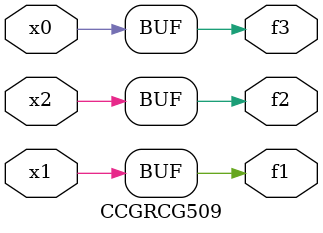
<source format=v>
module CCGRCG509(
	input x0, x1, x2,
	output f1, f2, f3
);
	assign f1 = x1;
	assign f2 = x2;
	assign f3 = x0;
endmodule

</source>
